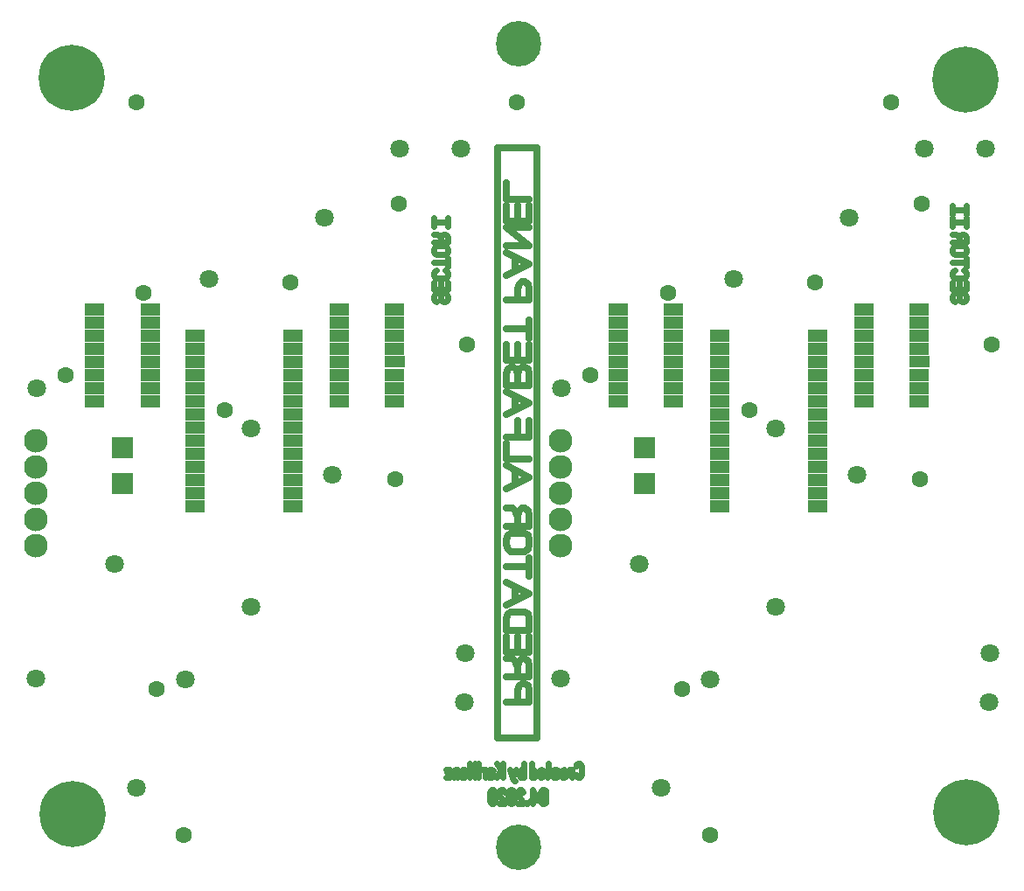
<source format=gbr>
%FSLAX34Y34*%
%MOMM*%
%LNSOLDERMASK_BOTTOM*%
G71*
G01*
%ADD10C, 1.600*%
%ADD11C, 1.800*%
%ADD12R, 1.900X1.160*%
%ADD13C, 2.300*%
%ADD14R, 2.000X2.000*%
%ADD15C, 0.678*%
%ADD16C, 0.567*%
%ADD17C, 0.700*%
%ADD18C, 4.400*%
%ADD19C, 6.400*%
%ADD20C, 6.400*%
%LPD*%
X136922Y568284D02*
G54D10*
D03*
X200422Y581734D02*
G54D11*
D03*
X241159Y437272D02*
G54D11*
D03*
X312569Y641037D02*
G54D11*
D03*
X177658Y194384D02*
G54D11*
D03*
X241158Y264233D02*
G54D11*
D03*
X448327Y172159D02*
G54D11*
D03*
X326560Y463764D02*
G54D12*
D03*
X326560Y476464D02*
G54D12*
D03*
X326560Y489164D02*
G54D12*
D03*
X326560Y501864D02*
G54D12*
D03*
X380560Y463764D02*
G54D12*
D03*
X380560Y476464D02*
G54D12*
D03*
X380560Y489164D02*
G54D12*
D03*
G36*
X371060Y507664D02*
X390060Y507664D01*
X390060Y496064D01*
X371060Y496064D01*
X371060Y507664D01*
G37*
X326560Y514564D02*
G54D12*
D03*
X326560Y527264D02*
G54D12*
D03*
X326560Y539964D02*
G54D12*
D03*
X380560Y514564D02*
G54D12*
D03*
X380560Y527264D02*
G54D12*
D03*
X380560Y539964D02*
G54D12*
D03*
X326560Y552664D02*
G54D12*
D03*
X380560Y552664D02*
G54D12*
D03*
X282248Y526594D02*
G54D12*
D03*
X282248Y513894D02*
G54D12*
D03*
X282248Y501194D02*
G54D12*
D03*
X282248Y488494D02*
G54D12*
D03*
X186948Y526594D02*
G54D12*
D03*
X186948Y513894D02*
G54D12*
D03*
X186948Y501194D02*
G54D12*
D03*
X186948Y488494D02*
G54D12*
D03*
X282248Y475794D02*
G54D12*
D03*
X282248Y463094D02*
G54D12*
D03*
X282248Y450394D02*
G54D12*
D03*
X186948Y475794D02*
G54D12*
D03*
X186948Y463094D02*
G54D12*
D03*
X186948Y450394D02*
G54D12*
D03*
X282248Y437694D02*
G54D12*
D03*
X186948Y437694D02*
G54D12*
D03*
X282248Y424994D02*
G54D12*
D03*
X282248Y412294D02*
G54D12*
D03*
X186948Y424994D02*
G54D12*
D03*
X186948Y412294D02*
G54D12*
D03*
X282248Y399594D02*
G54D12*
D03*
X282248Y386894D02*
G54D12*
D03*
X186948Y399594D02*
G54D12*
D03*
X186948Y386894D02*
G54D12*
D03*
X282248Y374194D02*
G54D12*
D03*
X282248Y361494D02*
G54D12*
D03*
X186948Y374194D02*
G54D12*
D03*
X186948Y361494D02*
G54D12*
D03*
X143665Y552130D02*
G54D12*
D03*
X143665Y539430D02*
G54D12*
D03*
X143665Y526730D02*
G54D12*
D03*
X143665Y514030D02*
G54D12*
D03*
X89665Y552130D02*
G54D12*
D03*
X89665Y539430D02*
G54D12*
D03*
X89665Y526730D02*
G54D12*
D03*
X89665Y514030D02*
G54D12*
D03*
X143665Y501330D02*
G54D12*
D03*
X143665Y488630D02*
G54D12*
D03*
X143665Y475930D02*
G54D12*
D03*
X89665Y501330D02*
G54D12*
D03*
X89665Y488630D02*
G54D12*
D03*
X89665Y475930D02*
G54D12*
D03*
X143665Y463230D02*
G54D12*
D03*
X89665Y463230D02*
G54D12*
D03*
X33980Y476128D02*
G54D11*
D03*
X61688Y488828D02*
G54D10*
D03*
X33186Y195141D02*
G54D11*
D03*
X385594Y707712D02*
G54D11*
D03*
X450708Y518234D02*
G54D10*
D03*
X130627Y89015D02*
G54D11*
D03*
X449121Y219784D02*
G54D11*
D03*
X109386Y306266D02*
G54D11*
D03*
X444332Y707712D02*
G54D11*
D03*
X33568Y424960D02*
G54D13*
D03*
X33568Y399560D02*
G54D13*
D03*
X33568Y374160D02*
G54D13*
D03*
X33568Y348760D02*
G54D13*
D03*
X33568Y323360D02*
G54D13*
D03*
X117400Y384114D02*
G54D14*
D03*
X117400Y418464D02*
G54D14*
D03*
X320267Y392424D02*
G54D11*
D03*
X834560Y463764D02*
G54D12*
D03*
X834560Y476464D02*
G54D12*
D03*
X834560Y489164D02*
G54D12*
D03*
X834560Y501864D02*
G54D12*
D03*
X888560Y463764D02*
G54D12*
D03*
X888560Y476464D02*
G54D12*
D03*
X888560Y489164D02*
G54D12*
D03*
G36*
X879060Y507664D02*
X898060Y507664D01*
X898060Y496064D01*
X879060Y496064D01*
X879060Y507664D01*
G37*
X834560Y514564D02*
G54D12*
D03*
X834560Y527264D02*
G54D12*
D03*
X834560Y539964D02*
G54D12*
D03*
X888560Y514564D02*
G54D12*
D03*
X888560Y527264D02*
G54D12*
D03*
X888560Y539964D02*
G54D12*
D03*
X834560Y552664D02*
G54D12*
D03*
X888560Y552664D02*
G54D12*
D03*
X790248Y526594D02*
G54D12*
D03*
X790248Y513894D02*
G54D12*
D03*
X790248Y501194D02*
G54D12*
D03*
X790248Y488494D02*
G54D12*
D03*
X694948Y526594D02*
G54D12*
D03*
X694948Y513894D02*
G54D12*
D03*
X694948Y501194D02*
G54D12*
D03*
X694948Y488494D02*
G54D12*
D03*
X790248Y475794D02*
G54D12*
D03*
X790248Y463094D02*
G54D12*
D03*
X790248Y450394D02*
G54D12*
D03*
X694948Y475794D02*
G54D12*
D03*
X694948Y463094D02*
G54D12*
D03*
X694948Y450394D02*
G54D12*
D03*
X790248Y437694D02*
G54D12*
D03*
X694948Y437694D02*
G54D12*
D03*
X790248Y424994D02*
G54D12*
D03*
X790248Y412294D02*
G54D12*
D03*
X694948Y424994D02*
G54D12*
D03*
X694948Y412294D02*
G54D12*
D03*
X790248Y399594D02*
G54D12*
D03*
X790248Y386894D02*
G54D12*
D03*
X694948Y399594D02*
G54D12*
D03*
X694948Y386894D02*
G54D12*
D03*
X790248Y374194D02*
G54D12*
D03*
X790248Y361494D02*
G54D12*
D03*
X694948Y374194D02*
G54D12*
D03*
X694948Y361494D02*
G54D12*
D03*
X650761Y551933D02*
G54D12*
D03*
X650761Y539233D02*
G54D12*
D03*
X650761Y526533D02*
G54D12*
D03*
X650761Y513833D02*
G54D12*
D03*
X596761Y551933D02*
G54D12*
D03*
X596761Y539233D02*
G54D12*
D03*
X596761Y526533D02*
G54D12*
D03*
X596761Y513833D02*
G54D12*
D03*
X650761Y501133D02*
G54D12*
D03*
X650761Y488433D02*
G54D12*
D03*
X650761Y475733D02*
G54D12*
D03*
X596761Y501133D02*
G54D12*
D03*
X596761Y488433D02*
G54D12*
D03*
X596761Y475733D02*
G54D12*
D03*
X650761Y463033D02*
G54D12*
D03*
X596761Y463033D02*
G54D12*
D03*
X622225Y384114D02*
G54D14*
D03*
X622225Y418464D02*
G54D14*
D03*
G54D15*
X488647Y172509D02*
X510869Y172509D01*
X510869Y183620D01*
X509480Y188065D01*
X506702Y190287D01*
X503924Y190287D01*
X501147Y188065D01*
X499758Y183620D01*
X499758Y172509D01*
G54D15*
X499758Y205287D02*
X496980Y211954D01*
X494202Y214176D01*
X488647Y214176D01*
G54D15*
X488647Y196398D02*
X510869Y196398D01*
X510869Y207509D01*
X509480Y211954D01*
X506702Y214176D01*
X503924Y214176D01*
X501147Y211954D01*
X499758Y207509D01*
X499758Y196398D01*
G54D15*
X488647Y235843D02*
X488647Y220287D01*
X510869Y220287D01*
X510869Y235843D01*
G54D15*
X499758Y220287D02*
X499758Y235843D01*
G54D15*
X488647Y241954D02*
X510869Y241954D01*
X510869Y253065D01*
X509480Y257510D01*
X506702Y259732D01*
X492813Y259732D01*
X490035Y257510D01*
X488647Y253065D01*
X488647Y241954D01*
G54D15*
X488647Y265843D02*
X510869Y276954D01*
X488647Y288065D01*
G54D15*
X496980Y270288D02*
X496980Y283621D01*
G54D15*
X488647Y303065D02*
X510869Y303065D01*
G54D15*
X510869Y294176D02*
X510869Y311954D01*
G54D15*
X506702Y335843D02*
X492813Y335843D01*
X490035Y333621D01*
X488647Y329176D01*
X488647Y324732D01*
X490035Y320287D01*
X492813Y318065D01*
X506702Y318065D01*
X509480Y320287D01*
X510869Y324732D01*
X510869Y329176D01*
X509480Y333621D01*
X506702Y335843D01*
G54D15*
X499758Y350843D02*
X496980Y357510D01*
X494202Y359732D01*
X488647Y359732D01*
G54D15*
X488647Y341954D02*
X510869Y341954D01*
X510869Y353065D01*
X509480Y357510D01*
X506702Y359732D01*
X503924Y359732D01*
X501147Y357510D01*
X499758Y353065D01*
X499758Y341954D01*
G54D15*
X488647Y378953D02*
X510869Y390064D01*
X488647Y401175D01*
G54D15*
X496980Y383398D02*
X496980Y396731D01*
G54D15*
X510869Y407286D02*
X488647Y407286D01*
X488647Y422842D01*
G54D15*
X488647Y428953D02*
X510869Y428953D01*
X510869Y444509D01*
G54D15*
X499758Y428953D02*
X499758Y444509D01*
G54D15*
X488647Y450620D02*
X510869Y461731D01*
X488647Y472842D01*
G54D15*
X496980Y455064D02*
X496980Y468398D01*
G54D15*
X488647Y478953D02*
X510869Y478953D01*
X510869Y490064D01*
X509480Y494509D01*
X506702Y496731D01*
X503924Y496731D01*
X501147Y494509D01*
X499758Y490064D01*
X498369Y494509D01*
X495591Y496731D01*
X492813Y496731D01*
X490035Y494509D01*
X488647Y490064D01*
X488647Y478953D01*
G54D15*
X499758Y478953D02*
X499758Y490064D01*
G54D15*
X488647Y518398D02*
X488647Y502842D01*
X510869Y502842D01*
X510869Y518398D01*
G54D15*
X499758Y502842D02*
X499758Y518398D01*
G54D15*
X488647Y533398D02*
X510869Y533398D01*
G54D15*
X510869Y524509D02*
X510869Y542287D01*
G54D15*
X488647Y561508D02*
X510869Y561508D01*
X510869Y572619D01*
X509480Y577064D01*
X506702Y579286D01*
X503924Y579286D01*
X501147Y577064D01*
X499758Y572619D01*
X499758Y561508D01*
G54D15*
X488647Y585397D02*
X510869Y596508D01*
X488647Y607619D01*
G54D15*
X496980Y589842D02*
X496980Y603175D01*
G54D15*
X488647Y613730D02*
X510869Y613730D01*
X488647Y631508D01*
X510869Y631508D01*
G54D15*
X488647Y653175D02*
X488647Y637619D01*
X510869Y637619D01*
X510869Y653175D01*
G54D15*
X499758Y637619D02*
X499758Y653175D01*
G54D15*
X510869Y659286D02*
X488647Y659286D01*
X488647Y674842D01*
G54D16*
X556142Y101634D02*
X556809Y99968D01*
X558142Y99134D01*
X559475Y99134D01*
X560809Y99968D01*
X561475Y101634D01*
X561475Y109968D01*
X560809Y111634D01*
X559475Y112468D01*
X558142Y112468D01*
X556809Y111634D01*
X556142Y109968D01*
G54D16*
X552475Y99134D02*
X552475Y106634D01*
G54D16*
X552475Y104968D02*
X551142Y106634D01*
X549809Y106634D01*
G54D16*
X542141Y99968D02*
X543208Y99134D01*
X544541Y99134D01*
X545875Y99968D01*
X546141Y101634D01*
X546141Y104468D01*
X545475Y106134D01*
X544141Y106634D01*
X542808Y106134D01*
X542141Y104968D01*
X542141Y103301D01*
X546141Y103301D01*
G54D16*
X538474Y105801D02*
X537141Y106634D01*
X535541Y106634D01*
X534474Y104968D01*
X534474Y99134D01*
G54D16*
X534474Y101634D02*
X535141Y103301D01*
X536474Y103634D01*
X537808Y103301D01*
X538474Y101634D01*
X538208Y99968D01*
X537141Y99134D01*
X536474Y99134D01*
X536208Y99134D01*
X535141Y99968D01*
X534474Y101634D01*
G54D16*
X529474Y112468D02*
X529474Y99968D01*
X528807Y99134D01*
X528141Y99468D01*
G54D16*
X530807Y106634D02*
X528141Y106634D01*
G54D16*
X520473Y99968D02*
X521540Y99134D01*
X522873Y99134D01*
X524207Y99968D01*
X524473Y101634D01*
X524473Y104468D01*
X523807Y106134D01*
X522473Y106634D01*
X521140Y106134D01*
X520473Y104968D01*
X520473Y103301D01*
X524473Y103301D01*
G54D16*
X512806Y99134D02*
X512806Y112468D01*
G54D16*
X512806Y104468D02*
X513473Y106134D01*
X514806Y106634D01*
X516140Y106134D01*
X516806Y104468D01*
X516806Y101134D01*
X516140Y99468D01*
X514806Y99134D01*
X513473Y99468D01*
X512806Y101134D01*
G54D16*
X505339Y99134D02*
X505339Y112468D01*
G54D16*
X505339Y104468D02*
X504673Y106134D01*
X503339Y106634D01*
X502006Y106134D01*
X501339Y104468D01*
X501339Y101134D01*
X502006Y99468D01*
X503339Y99134D01*
X504673Y99468D01*
X505339Y101134D01*
G54D16*
X497672Y106634D02*
X495006Y99134D01*
X492339Y106634D01*
G54D16*
X495006Y99134D02*
X495672Y96634D01*
X496339Y95801D01*
X497006Y95801D01*
G54D16*
X484872Y99134D02*
X484872Y112468D01*
G54D16*
X484872Y103301D02*
X479539Y112468D01*
G54D16*
X482872Y105801D02*
X479539Y99134D01*
G54D16*
X475872Y105801D02*
X474539Y106634D01*
X472939Y106634D01*
X471872Y104968D01*
X471872Y99134D01*
G54D16*
X471872Y101634D02*
X472539Y103301D01*
X473872Y103634D01*
X475206Y103301D01*
X475872Y101634D01*
X475606Y99968D01*
X474539Y99134D01*
X473872Y99134D01*
X473606Y99134D01*
X472539Y99968D01*
X471872Y101634D01*
G54D16*
X468205Y99134D02*
X468205Y106634D01*
G54D16*
X468205Y104968D02*
X466872Y106634D01*
X465539Y106634D01*
G54D16*
X461871Y99134D02*
X461871Y112468D01*
G54D16*
X458204Y99134D02*
X458204Y112468D01*
G54D16*
X452871Y99134D02*
X452871Y112468D01*
G54D16*
X458204Y105801D02*
X452871Y105801D01*
G54D16*
X449204Y105801D02*
X447871Y106634D01*
X446271Y106634D01*
X445204Y104968D01*
X445204Y99134D01*
G54D16*
X445204Y101634D02*
X445871Y103301D01*
X447204Y103634D01*
X448538Y103301D01*
X449204Y101634D01*
X448938Y99968D01*
X447871Y99134D01*
X447204Y99134D01*
X446938Y99134D01*
X445871Y99968D01*
X445204Y101634D01*
G54D16*
X441537Y99134D02*
X441537Y106634D01*
G54D16*
X441537Y104968D02*
X440871Y106134D01*
X439537Y106634D01*
X438204Y106134D01*
X437537Y104968D01*
X437537Y99134D01*
G54D16*
X433870Y106634D02*
X429870Y106634D01*
X433870Y99134D01*
X429870Y99134D01*
G54D16*
X521761Y84568D02*
X521761Y76234D01*
X522428Y74568D01*
X523761Y73734D01*
X525094Y73734D01*
X526428Y74568D01*
X527094Y76234D01*
X527094Y84568D01*
X526428Y86234D01*
X525094Y87068D01*
X523761Y87068D01*
X522428Y86234D01*
X521761Y84568D01*
G54D16*
X514094Y73734D02*
X514094Y87068D01*
X518094Y78734D01*
X518094Y77068D01*
X512761Y77068D01*
G54D16*
X508561Y73734D02*
X509094Y73734D01*
X509094Y74401D01*
X508561Y74401D01*
X508561Y73734D01*
X509094Y73734D01*
G54D16*
X499561Y73734D02*
X504894Y73734D01*
X504894Y74568D01*
X504228Y76234D01*
X500228Y81234D01*
X499561Y82901D01*
X499561Y84568D01*
X500228Y86234D01*
X501561Y87068D01*
X502894Y87068D01*
X504228Y86234D01*
X504894Y84568D01*
G54D16*
X490561Y84568D02*
X490561Y76234D01*
X491228Y74568D01*
X492561Y73734D01*
X493894Y73734D01*
X495228Y74568D01*
X495894Y76234D01*
X495894Y84568D01*
X495228Y86234D01*
X493894Y87068D01*
X492561Y87068D01*
X491228Y86234D01*
X490561Y84568D01*
G54D16*
X481561Y73734D02*
X486894Y73734D01*
X486894Y74568D01*
X486228Y76234D01*
X482228Y81234D01*
X481561Y82901D01*
X481561Y84568D01*
X482228Y86234D01*
X483561Y87068D01*
X484894Y87068D01*
X486228Y86234D01*
X486894Y84568D01*
G54D16*
X472561Y84568D02*
X472561Y76234D01*
X473228Y74568D01*
X474561Y73734D01*
X475894Y73734D01*
X477228Y74568D01*
X477894Y76234D01*
X477894Y84568D01*
X477228Y86234D01*
X475894Y87068D01*
X474561Y87068D01*
X473228Y86234D01*
X472561Y84568D01*
G54D16*
X421169Y560079D02*
X419502Y561079D01*
X418669Y563079D01*
X418669Y565079D01*
X419502Y567079D01*
X421169Y568079D01*
X422836Y568079D01*
X424502Y567079D01*
X425336Y565079D01*
X425336Y563079D01*
X426169Y561079D01*
X427836Y560079D01*
X429502Y560079D01*
X431169Y561079D01*
X432002Y563079D01*
X432002Y565079D01*
X431169Y567079D01*
X429502Y568079D01*
G54D16*
X418669Y578746D02*
X418669Y571746D01*
X432002Y571746D01*
X432002Y578746D01*
G54D16*
X425336Y571746D02*
X425336Y578746D01*
G54D16*
X421169Y590413D02*
X419502Y589413D01*
X418669Y587413D01*
X418669Y585413D01*
X419502Y583413D01*
X421169Y582413D01*
X429502Y582413D01*
X431169Y583413D01*
X432002Y585413D01*
X432002Y587413D01*
X431169Y589413D01*
X429502Y590413D01*
G54D16*
X418669Y598080D02*
X432002Y598080D01*
G54D16*
X432002Y594080D02*
X432002Y602080D01*
G54D16*
X429502Y613747D02*
X421169Y613747D01*
X419502Y612747D01*
X418669Y610747D01*
X418669Y608747D01*
X419502Y606747D01*
X421169Y605747D01*
X429502Y605747D01*
X431169Y606747D01*
X432002Y608747D01*
X432002Y610747D01*
X431169Y612747D01*
X429502Y613747D01*
G54D16*
X425336Y621414D02*
X423669Y624414D01*
X422002Y625414D01*
X418669Y625414D01*
G54D16*
X418669Y617414D02*
X432002Y617414D01*
X432002Y622414D01*
X431169Y624414D01*
X429502Y625414D01*
X427836Y625414D01*
X426169Y624414D01*
X425336Y622414D01*
X425336Y617414D01*
G54D16*
X418669Y632948D02*
X418669Y640948D01*
G54D16*
X418669Y636948D02*
X432002Y636948D01*
G54D16*
X432002Y632948D02*
X432002Y640948D01*
G54D17*
X479822Y708734D02*
X517922Y708734D01*
X517922Y137234D01*
X479822Y137234D01*
X479822Y708734D01*
G54D16*
X922819Y560079D02*
X921152Y561079D01*
X920319Y563079D01*
X920319Y565079D01*
X921152Y567079D01*
X922819Y568079D01*
X924486Y568079D01*
X926152Y567079D01*
X926986Y565079D01*
X926986Y563079D01*
X927819Y561079D01*
X929486Y560079D01*
X931152Y560079D01*
X932819Y561079D01*
X933652Y563079D01*
X933652Y565079D01*
X932819Y567079D01*
X931152Y568079D01*
G54D16*
X920319Y578746D02*
X920319Y571746D01*
X933652Y571746D01*
X933652Y578746D01*
G54D16*
X926986Y571746D02*
X926986Y578746D01*
G54D16*
X922819Y590413D02*
X921152Y589413D01*
X920319Y587413D01*
X920319Y585413D01*
X921152Y583413D01*
X922819Y582413D01*
X931152Y582413D01*
X932819Y583413D01*
X933652Y585413D01*
X933652Y587413D01*
X932819Y589413D01*
X931152Y590413D01*
G54D16*
X920319Y598080D02*
X933652Y598080D01*
G54D16*
X933652Y594080D02*
X933652Y602080D01*
G54D16*
X931152Y613747D02*
X922819Y613747D01*
X921152Y612747D01*
X920319Y610747D01*
X920319Y608747D01*
X921152Y606747D01*
X922819Y605747D01*
X931152Y605747D01*
X932819Y606747D01*
X933652Y608747D01*
X933652Y610747D01*
X932819Y612747D01*
X931152Y613747D01*
G54D16*
X926986Y621414D02*
X925319Y624414D01*
X923652Y625414D01*
X920319Y625414D01*
G54D16*
X920319Y617414D02*
X933652Y617414D01*
X933652Y622414D01*
X932819Y624414D01*
X931152Y625414D01*
X929486Y625414D01*
X927819Y624414D01*
X926986Y622414D01*
X926986Y617414D01*
G54D16*
X920319Y632948D02*
X920319Y640948D01*
G54D16*
X920319Y636948D02*
X933652Y636948D01*
G54D16*
X933652Y632948D02*
X933652Y640948D01*
G54D16*
X920319Y644615D02*
X920319Y652615D01*
G54D16*
X920319Y648615D02*
X933652Y648615D01*
G54D16*
X933652Y644615D02*
X933652Y652615D01*
X500535Y809659D02*
G54D18*
D03*
X500534Y31784D02*
G54D18*
D03*
X68734Y63534D02*
G54D19*
D03*
X933922Y65122D02*
G54D20*
D03*
X933450Y774700D02*
G54D20*
D03*
X68263Y776288D02*
G54D19*
D03*
X644922Y568284D02*
G54D10*
D03*
X708422Y581734D02*
G54D11*
D03*
X749159Y437272D02*
G54D11*
D03*
X820569Y641037D02*
G54D11*
D03*
X685658Y194384D02*
G54D11*
D03*
X749158Y264233D02*
G54D11*
D03*
X956327Y172159D02*
G54D11*
D03*
X541980Y476128D02*
G54D11*
D03*
X569688Y488828D02*
G54D10*
D03*
X541186Y195141D02*
G54D11*
D03*
X893594Y707712D02*
G54D11*
D03*
X958708Y518234D02*
G54D10*
D03*
X638627Y89015D02*
G54D11*
D03*
X957121Y219784D02*
G54D11*
D03*
X617386Y306266D02*
G54D11*
D03*
X952332Y707712D02*
G54D11*
D03*
X541568Y424960D02*
G54D13*
D03*
X541568Y399560D02*
G54D13*
D03*
X541568Y374160D02*
G54D13*
D03*
X541568Y348760D02*
G54D13*
D03*
X541568Y323360D02*
G54D13*
D03*
X828267Y392424D02*
G54D11*
D03*
X498872Y753184D02*
G54D10*
D03*
X130572Y753184D02*
G54D10*
D03*
X860822Y753184D02*
G54D10*
D03*
X216296Y454734D02*
G54D10*
D03*
X279798Y578559D02*
G54D10*
D03*
X787798Y578559D02*
G54D10*
D03*
X724298Y454734D02*
G54D10*
D03*
X889397Y388059D02*
G54D10*
D03*
X384572Y654759D02*
G54D10*
D03*
X890984Y654759D02*
G54D10*
D03*
X381397Y388059D02*
G54D10*
D03*
X149622Y184859D02*
G54D10*
D03*
X659210Y184859D02*
G54D10*
D03*
X176610Y43572D02*
G54D10*
D03*
X686197Y43572D02*
G54D10*
D03*
M02*

</source>
